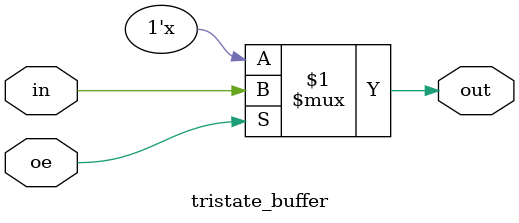
<source format=sv>
`timescale 1ns / 1ps


module tristate_buffer(
        input logic in,
        input logic oe,
        output logic out
    );
    
    assign out = (oe) ? in : 1'bz;
endmodule

</source>
